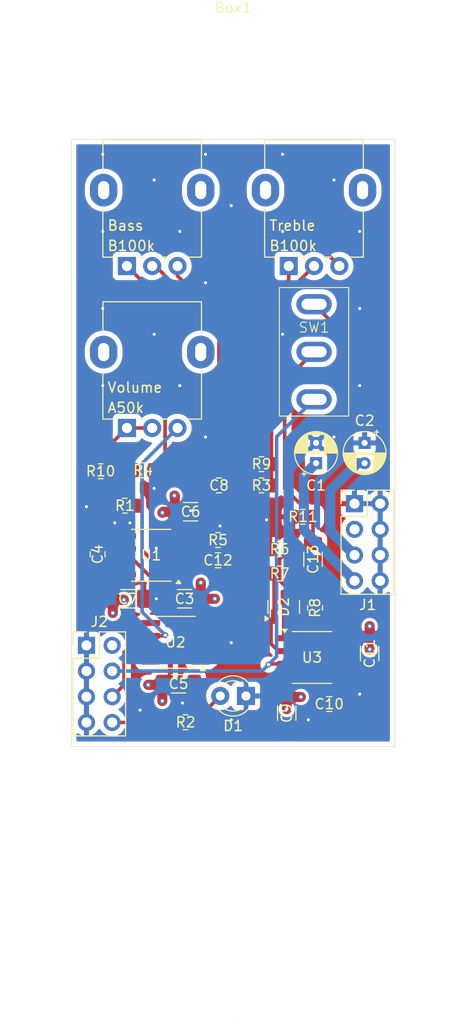
<source format=kicad_pcb>
(kicad_pcb (version 20240108) (generator "pcbnew") (generator_version "8.0")
  (layers (0 "F.Cu" jumper) (1 "In1.Cu" signal) (2 "In2.Cu" signal) (31 "B.Cu" signal) (34 "B.Paste" user) (35 "F.Paste" user) (36 "B.SilkS" user "B.Silkscreen") (37 "F.SilkS" user "F.Silkscreen") (38 "B.Mask" user) (39 "F.Mask" user) (44 "Edge.Cuts" user))
  (net 0 "")
  (net 1 "GND")
  (net 2 "VIN")
  (net 3 "Net-(C8-Pad2)")
  (net 4 "Net-(C8-Pad1)")
  (net 5 "Net-(D2A-K)")
  (net 6 "+V")
  (net 7 "Net-(U1A--)")
  (net 8 "-V")
  (net 9 "Net-(U1B-OUT)")
  (net 10 "LED")
  (net 11 "Net-(U1B--)")
  (net 12 "Net-(R5-Pad1)")
  (net 14 "Net-(D2A-A)")
  (net 15 "Net-(C12-Pad2)")
  (net 16 "IN^{EFF}")
  (net 17 "OUT^{EFF}")
  (net 18 "Net-(D1-A)")
  (net 19 "OUT^{BAX}")
  (net 23 "IN^{TONE}")
  (net 24 "OUT^{RECT}")
  (net 25 "Net-(D2B-common)")
  (net 26 "Net-(U3B--)")
  (net 27 "Net-(R9-Pad1)")
  (net 28 "Net-(R10-Pad2)")
  (net 29 "Net-(SW1-C)")
  (footprint "Capacitor_SMD:C_1206_3216Metric_Pad1.33x1.80mm_HandSolder" (layer "F.Cu") (at 107.9 104.5 90)
    (property "Reference" "C13")
    (property "Value" "0.1uF")
  )
  (footprint "Potentiometer_THT:Potentiometer_Alpha_RD901F-40-00D_Single_Vertical" (layer "F.Cu") (at 105.5 75.525 90)
    (property "Reference" "RV3" (hide yes))
    (property "Value" "Treble B100k" (hide yes))
  )
  (footprint "Potentiometer_THT:Potentiometer_Alpha_RD901F-40-00D_Single_Vertical" (layer "F.Cu") (at 89.5 91.525 90)
    (property "Reference" "RV1" (hide yes))
    (property "Value" "A50k Effects Volume" (hide yes))
  )
  (footprint "Package_TO_SOT_SMD:SOT-23" (layer "F.Cu") (at 105 109.2 90)
    (property "Reference" "D2")
    (property "Value" "MMBD1203")
  )
  (footprint "Resistor_SMD:R_0805_2012Metric_Pad1.20x1.40mm_HandSolder" (layer "F.Cu") (at 95.3 120.6)
    (property "Reference" "R2")
    (property "Value" "10k")
  )
  (footprint "Capacitor_THT:CP_Radial_D4.0mm_P2.00mm" (layer "F.Cu") (at 108.2 95 90)
    (property "Reference" "C1")
    (property "Value" "22uF")
  )
  (footprint "Resistor_SMD:R_0805_2012Metric_Pad1.20x1.40mm_HandSolder" (layer "F.Cu") (at 91.1 95.7)
    (property "Reference" "R4")
    (property "Value" "22k")
  )
  (footprint "Mylib:1590A" (layer "F.Cu") (at 100 100)
    (property "Reference" "Box1")
    (property "Value" "1590A")
  )
  (footprint "Capacitor_SMD:C_1206_3216Metric_Pad1.33x1.80mm_HandSolder" (layer "F.Cu") (at 105.3 119.7 -90)
    (property "Reference" "C9")
    (property "Value" "0.1uF")
  )
  (footprint "Mylib:Tayda Toggle SPDT" (layer "F.Cu") (at 108 84 90)
    (property "Reference" "SW1")
    (property "Value" "SW_SPDT")
  )
  (footprint "Resistor_SMD:R_0805_2012Metric_Pad1.20x1.40mm_HandSolder" (layer "F.Cu") (at 108.1 109.3 90)
    (property "Reference" "R8")
    (property "Value" "1k")
  )
  (footprint "Resistor_SMD:R_0805_2012Metric_Pad1.20x1.40mm_HandSolder" (layer "F.Cu") (at 98.5 102.6 180)
    (property "Reference" "R5")
    (property "Value" "22k")
  )
  (footprint "Capacitor_SMD:C_0805_2012Metric_Pad1.18x1.45mm_HandSolder" (layer "F.Cu") (at 86.6 104 90)
    (property "Reference" "C4")
    (property "Value" "10pF")
  )
  (footprint "Resistor_SMD:R_0805_2012Metric_Pad1.20x1.40mm_HandSolder" (layer "F.Cu") (at 102.8 95.1)
    (property "Reference" "R9")
    (property "Value" "10k")
  )
  (footprint "Capacitor_SMD:C_1206_3216Metric_Pad1.33x1.80mm_HandSolder" (layer "F.Cu") (at 95.8 99.8)
    (property "Reference" "C6")
    (property "Value" "0.1uF")
  )
  (footprint "Capacitor_SMD:C_0805_2012Metric_Pad1.18x1.45mm_HandSolder" (layer "F.Cu") (at 109.5 118.8)
    (property "Reference" "C10")
    (property "Value" "47pF")
  )
  (footprint "Connector_PinHeader_2.54mm:PinHeader_2x04_P2.54mm_Vertical" (layer "F.Cu") (at 112 99)
    (property "Reference" "J1")
    (property "Value" "Conn_02x04_Odd_Even")
  )
  (footprint "Resistor_SMD:R_0805_2012Metric_Pad1.20x1.40mm_HandSolder" (layer "F.Cu") (at 104.6 105.9)
    (property "Reference" "R7")
    (property "Value" "1k")
  )
  (footprint "Capacitor_THT:CP_Radial_D4.0mm_P2.00mm" (layer "F.Cu") (at 113 93 -90)
    (property "Reference" "C2")
    (property "Value" "22uF")
  )
  (footprint "Capacitor_SMD:C_0805_2012Metric_Pad1.18x1.45mm_HandSolder" (layer "F.Cu") (at 98.5 104.6)
    (property "Reference" "C12")
    (property "Value" "560pF")
  )
  (footprint "Package_SO:SOIC-8_3.9x4.9mm_P1.27mm" (layer "F.Cu") (at 94.3 112.7 180)
    (property "Reference" "U2")
    (property "Value" "BUF634AxD")
  )
  (footprint "Capacitor_SMD:C_1206_3216Metric_Pad1.33x1.80mm_HandSolder" (layer "F.Cu") (at 95.2 108.4 180)
    (property "Reference" "C3")
    (property "Value" "0.1uF")
  )
  (footprint "Capacitor_SMD:C_1206_3216Metric_Pad1.33x1.80mm_HandSolder" (layer "F.Cu") (at 113.5 113.8 -90)
    (property "Reference" "C11")
    (property "Value" "0.1uF")
  )
  (footprint "Resistor_SMD:R_0805_2012Metric_Pad1.20x1.40mm_HandSolder" (layer "F.Cu") (at 86.9 95.8 180)
    (property "Reference" "R10")
    (property "Value" "10k")
  )
  (footprint "Resistor_SMD:R_0805_2012Metric_Pad1.20x1.40mm_HandSolder" (layer "F.Cu") (at 104.6 103.5)
    (property "Reference" "R6")
    (property "Value" "1k")
  )
  (footprint "Package_SO:SOIC-8_3.9x4.9mm_P1.27mm" (layer "F.Cu") (at 91.9 104.1 180)
    (property "Reference" "U1")
    (property "Value" "OPA1656")
  )
  (footprint "Resistor_SMD:R_0805_2012Metric_Pad1.20x1.40mm_HandSolder" (layer "F.Cu") (at 89.3 99.2)
    (property "Reference" "R1")
    (property "Value" "22k")
  )
  (footprint "Capacitor_SMD:C_1206_3216Metric_Pad1.33x1.80mm_HandSolder" (layer "F.Cu") (at 89.6 108.4)
    (property "Reference" "C7")
    (property "Value" "0.1uF")
  )
  (footprint "Capacitor_SMD:C_0805_2012Metric_Pad1.18x1.45mm_HandSolder" (layer "F.Cu") (at 98.6 97.2 180)
    (property "Reference" "C8")
    (property "Value" "47nF")
  )
  (footprint "Connector_PinHeader_2.54mm:PinHeader_2x04_P2.54mm_Vertical" (layer "F.Cu") (at 85.5 113)
    (property "Reference" "J2")
    (property "Value" "Conn_02x04_Odd_Even")
  )
  (footprint "Resistor_SMD:R_0805_2012Metric_Pad1.20x1.40mm_HandSolder" (layer "F.Cu") (at 102.8 97.2)
    (property "Reference" "R3")
    (property "Value" "22k")
  )
  (footprint "Package_SO:SOIC-8_3.9x4.9mm_P1.27mm" (layer "F.Cu") (at 107.8 114.2)
    (property "Reference" "U3")
    (property "Value" "OPA1656")
  )
  (footprint "Capacitor_SMD:C_1206_3216Metric_Pad1.33x1.80mm_HandSolder" (layer "F.Cu") (at 94.6 116.8)
    (property "Reference" "C5")
    (property "Value" "0.1uF")
  )
  (footprint "LED_THT:LED_D3.0mm" (layer "F.Cu") (at 101.27 118 180)
    (property "Reference" "D1")
    (property "Value" "LED")
  )
  (footprint "Potentiometer_THT:Potentiometer_Alpha_RD901F-40-00D_Single_Vertical" (layer "F.Cu") (at 89.5 75.525 90)
    (property "Reference" "RV2" (hide yes))
    (property "Value" "Bass B100k" (hide yes))
  )
  (footprint "Resistor_SMD:R_0805_2012Metric_Pad1.20x1.40mm_HandSolder" (layer "F.Cu") (at 106.9 100.3)
    (property "Reference" "R11")
    (property "Value" "470k")
  )
  (gr_rect (start 84 63) (end 116 123) (stroke (width 0.05)) (fill none) (layer "Edge.Cuts"))
  (segment (start 92.4 108.4) (end 93.6375 108.4) (width 1) (layer "F.Cu") (net 1))
  (segment (start 92.4 108.4) (end 91.1625 108.4) (width 1) (layer "F.Cu") (net 1))
  (via (at 87.11 87.3395) (size 0.6) (drill 0.3) (layers "F.Cu" "B.Cu") (net 1))
  (via (at 97.27 64.4795) (size 0.6) (drill 0.3) (layers "F.Cu" "B.Cu") (net 1))
  (via (at 107.43 120.3595) (size 0.6) (drill 0.3) (layers "F.Cu" "B.Cu") (net 1))
  (via (at 92.19 67.0195) (size 0.6) (drill 0.3) (layers "F.Cu" "B.Cu") (net 1))
  (via (at 92.19 97.4995) (size 0.6) (drill 0.3) (layers "F.Cu" "B.Cu") (net 1))
  (via (at 109.97 67.0195) (size 0.6) (drill 0.3) (layers "F.Cu" "B.Cu") (net 1))
  (via (at 112.51 72.0995) (size 0.6) (drill 0.3) (layers "F.Cu" "B.Cu") (net 1))
  (via (at 95 118.7) (size 0.6) (drill 0.3) (layers "F.Cu" "B.Cu") (net 1))
  (via (at 97.27 77.1795) (size 0.6) (drill 0.3) (layers "F.Cu" "B.Cu") (net 1))
  (via (at 92.4 103.4) (size 0.6) (drill 0.3) (layers "F.Cu" "B.Cu") (net 1))
  (via (at 92.4 108.4) (size 0.6) (drill 0.3) (layers "F.Cu" "B.Cu") (net 1))
  (via (at 92.19 82.2595) (size 0.6) (drill 0.3) (layers "F.Cu" "B.Cu") (net 1))
  (via (at 94.73 87.3395) (size 0.6) (drill 0.3) (layers "F.Cu" "B.Cu") (net 1))
  (via (at 112.51 87.3395) (size 0.6) (drill 0.3) (layers "F.Cu" "B.Cu") (net 1))
  (via (at 97.27 92.4195) (size 0.6) (drill 0.3) (layers "F.Cu" "B.Cu") (net 1))
  (via (at 94.73 72.0995) (size 0.6) (drill 0.3) (layers "F.Cu" "B.Cu") (net 1))
  (via (at 109.97 92.4195) (size 0.6) (drill 0.3) (layers "F.Cu" "B.Cu") (net 1))
  (via (at 87.11 64.4795) (size 0.6) (drill 0.3) (layers "F.Cu" "B.Cu") (net 1))
  (via (at 99.81 120.3595) (size 0.6) (drill 0.3) (layers "F.Cu" "B.Cu") (net 1))
  (via (at 112.51 79.7195) (size 0.6) (drill 0.3) (layers "F.Cu" "B.Cu") (net 1))
  (via (at 103.3 100.6) (size 0.6) (drill 0.3) (layers "F.Cu" "B.Cu") (net 1))
  (via (at 87.11 79.7195) (size 0.6) (drill 0.3) (layers "F.Cu" "B.Cu") (net 1))
  (via (at 95.8 99.7) (size 0.6) (drill 0.3) (layers "F.Cu" "B.Cu") (net 1))
  (via (at 99.81 112.7395) (size 0.6) (drill 0.3) (layers "F.Cu" "B.Cu") (net 1))
  (via (at 104.89 82.2595) (size 0.6) (drill 0.3) (layers "F.Cu" "B.Cu") (net 1))
  (via (at 85.5 99.3) (size 0.6) (drill 0.3) (layers "F.Cu" "B.Cu") (net 1))
  (via (at 104.89 64.4795) (size 0.6) (drill 0.3) (layers "F.Cu" "B.Cu") (net 1))
  (via (at 99.81 69.5595) (size 0.6) (drill 0.3) (layers "F.Cu" "B.Cu") (net 1))
  (via (at 89.8 100.9) (size 0.6) (drill 0.3) (layers "F.Cu" "B.Cu") (net 1))
  (via (at 104.89 72.0995) (size 0.6) (drill 0.3) (layers "F.Cu" "B.Cu") (net 1))
  (via (at 87.11 72.0995) (size 0.6) (drill 0.3) (layers "F.Cu" "B.Cu") (net 1))
  (via (at 90.8 119.4) (size 0.6) (drill 0.3) (layers "F.Cu" "B.Cu") (net 1))
  (via (at 88.3 100.9) (size 0.6) (drill 0.3) (layers "F.Cu" "B.Cu") (net 1))
  (via (at 112.51 117.8195) (size 0.6) (drill 0.3) (layers "F.Cu" "B.Cu") (net 1))
  (via (at 98.7 101.2) (size 0.6) (drill 0.3) (layers "F.Cu" "B.Cu") (net 1))
  (segment (start 93.275 94.525) (end 93.275 79.3) (width 0.35) (layer "F.Cu") (net 3))
  (segment (start 93.275 79.3) (end 89.5 75.525) (width 0.35) (layer "F.Cu") (net 3))
  (segment (start 96.3625 96) (end 97.5625 97.2) (width 0.35) (layer "F.Cu") (net 3))
  (segment (start 92.4 96) (end 96.3625 96) (width 0.35) (layer "F.Cu") (net 3))
  (segment (start 92.1 95.7) (end 93.275 94.525) (width 0.35) (layer "F.Cu") (net 3))
  (segment (start 94.5 76.5) (end 94.5 75.525) (width 0.35) (layer "F.Cu") (net 4))
  (segment (start 99.4 81.4) (end 94.5 76.5) (width 0.35) (layer "F.Cu") (net 4))
  (segment (start 99.4 96.9625) (end 99.4 81.4) (width 0.35) (layer "F.Cu") (net 4))
  (segment (start 99.6375 97.2) (end 99.4 96.9625) (width 0.35) (layer "F.Cu") (net 4))
  (segment (start 99.6375 97.2) (end 101.8 97.2) (width 0.35) (layer "F.Cu") (net 4))
  (segment (start 107.4 115.2) (end 107.4 113.1) (width 0.35) (layer "F.Cu") (net 5))
  (segment (start 110.5375 118.3375) (end 107.4 115.2) (width 0.35) (layer "F.Cu") (net 5))
  (segment (start 106.595 112.295) (end 105.325 112.295) (width 0.35) (layer "F.Cu") (net 5))
  (segment (start 105 108.2625) (end 105 111.97) (width 0.35) (layer "F.Cu") (net 5))
  (segment (start 107.4 113.1) (end 106.595 112.295) (width 0.35) (layer "F.Cu") (net 5))
  (segment (start 105 111.97) (end 105.325 112.295) (width 0.35) (layer "F.Cu") (net 5))
  (segment (start 88.1 109.8) (end 88.1 108.4625) (width 1) (layer "F.Cu") (net 6))
  (segment (start 93.8 114.335001) (end 93.8 116.0375) (width 0.5) (layer "F.Cu") (net 6))
  (segment (start 113.5 113.4) (end 113.5 112.3525) (width 1) (layer "F.Cu") (net 6))
  (segment (start 91.6 116.9) (end 92.9375 116.9) (width 1) (layer "F.Cu") (net 6))
  (segment (start 113.5 111.1) (end 113.5 112.2375) (width 1) (layer "F.Cu") (net 6))
  (segment (start 93 118.5) (end 93 116.8375) (width 1) (layer "F.Cu") (net 6))
  (segment (start 110.275 112.295) (end 113.4425 112.295) (width 0.5) (layer "F.Cu") (net 6))
  (segment (start 92.799999 113.335) (end 93.8 114.335001) (width 0.5) (layer "F.Cu") (net 6))
  (segment (start 91.825 113.335) (end 92.799999 113.335) (width 0.5) (layer "F.Cu") (net 6))
  (segment (start 89.425 106.005) (end 88.395 106.005) (width 0.5) (layer "F.Cu") (net 6))
  (segment (start 88.395 106.005) (end 88.0375 106.3625) (width 0.5) (layer "F.Cu") (net 6))
  (segment (start 93.8 116.0375) (end 93.0375 116.8) (width 0.5) (layer "F.Cu") (net 6))
  (segment (start 88.0375 106.3625) (end 88.0375 108.4) (width 0.5) (layer "F.Cu") (net 6))
  (segment (start 89.2 108.5) (end 88.1375 108.5) (width 1) (layer "F.Cu") (net 6))
  (via (at 113.5 113.4) (size 0.6) (drill 0.3) (layers "F.Cu" "B.Cu") (net 6))
  (via (at 89.2 108.5) (size 0.6) (drill 0.3) (layers "F.Cu" "B.Cu") (net 6))
  (via (at 91.6 116.9) (size 0.6) (drill 0.3) (layers "F.Cu" "B.Cu") (net 6))
  (via (at 113.5 111.1) (size 0.6) (drill 0.3) (layers "F.Cu" "B.Cu") (net 6))
  (via (at 88.1 109.8) (size 0.6) (drill 0.3) (layers "F.Cu" "B.Cu") (net 6))
  (via (at 93 118.5) (size 0.6) (drill 0.3) (layers "F.Cu" "B.Cu") (net 6))
  (segment (start 107 96.2) (end 108.2 95) (width 1) (layer "B.Cu") (net 6))
  (segment (start 107 101.62) (end 107 96.2) (width 1) (layer "B.Cu") (net 6))
  (segment (start 112 106.62) (end 107 101.62) (width 1) (layer "B.Cu") (net 6))
  (segment (start 94.375 104.735) (end 97.3275 104.735) (width 0.35) (layer "F.Cu") (net 7))
  (segment (start 97.4625 104.6) (end 97.4625 102.6375) (width 0.35) (layer "F.Cu") (net 7))
  (segment (start 97.749999 114.605) (end 98.075 114.279999) (width 0.35) (layer "F.Cu") (net 8))
  (segment (start 105.3 119.3) (end 105.3 118.1375) (width 1) (layer "F.Cu") (net 8))
  (segment (start 105.325 116.105) (end 105.325 118.1125) (width 0.5) (layer "F.Cu") (net 8))
  (segment (start 94.2375 99.8) (end 93.1 99.8) (width 1) (layer "F.Cu") (net 8))
  (segment (start 94.375 102.195) (end 94.375 99.9375) (width 0.5) (layer "F.Cu") (net 8))
  (segment (start 106.7 118.1) (end 105.3375 118.1) (width 1) (layer "F.Cu") (net 8))
  (segment (start 96.775 114.605) (end 97.749999 114.605) (width 0.35) (layer "F.Cu") (net 8))
  (segment (start 98.075 111.120001) (end 97.749999 110.795) (width 0.35) (layer "F.Cu") (net 8))
  (segment (start 96.8 106.8) (end 96.8 108.3625) (width 1) (layer "F.Cu") (net 8))
  (segment (start 98.075 114.279999) (end 98.075 111.120001) (width 0.35) (layer "F.Cu") (net 8))
  (segment (start 98.2 108.4) (end 96.7625 108.4) (width 1) (layer "F.Cu") (net 8))
  (segment (start 93.1 99.8) (end 93 99.9) (width 1) (layer "F.Cu") (net 8))
  (segment (start 94.2375 98.2375) (end 94.2 98.2) (width 1) (layer "F.Cu") (net 8))
  (segment (start 94.2375 99.8) (end 94.2375 98.2375) (width 1) (layer "F.Cu") (net 8))
  (segment (start 97.749999 110.795) (end 96.775 110.795) (width 0.35) (layer "F.Cu") (net 8))
  (segment (start 96.775 110.795) (end 96.775 108.4125) (width 0.5) (layer "F.Cu") (net 8))
  (via (at 93 99.9) (size 0.6) (drill 0.3) (layers "F.Cu" "B.Cu") (net 8))
  (via (at 98.2 108.4) (size 0.6) (drill 0.3) (layers "F.Cu" "B.Cu") (net 8))
  (via (at 106.7 118.1) (size 0.6) (drill 0.3) (layers "F.Cu" "B.Cu") (net 8))
  (via (at 94.2 98.2) (size 0.6) (drill 0.3) (layers "F.Cu" "B.Cu") (net 8))
  (via (at 105.3 119.3) (size 0.6) (drill 0.3) (layers "F.Cu" "B.Cu") (net 8))
  (via (at 96.8 106.8) (size 0.6) (drill 0.3) (layers "F.Cu" "B.Cu") (net 8))
  (segment (start 109.6 101.68) (end 109.6 97.7) (width 1) (layer "B.Cu") (net 8))
  (segment (start 112.3 95) (end 113 95) (width 1) (layer "B.Cu") (net 8))
  (segment (start 112 104.08) (end 109.6 101.68) (width 1) (layer "B.Cu") (net 8))
  (segment (start 109.6 97.7) (end 112.3 95) (width 1) (layer "B.Cu") (net 8))
  (segment (start 95.3 111.564999) (end 95.3 108.1799) (width 0.35) (layer "F.Cu") (net 9))
  (segment (start 95.800001 112.065) (end 95.3 111.564999) (width 0.35) (layer "F.Cu") (net 9))
  (segment (start 96.775 112.065) (end 95.800001 112.065) (width 0.35) (layer "F.Cu") (net 9))
  (segment (start 92.5 106.9) (end 90.335 104.735) (width 0.35) (layer "F.Cu") (net 9))
  (segment (start 89.425 104.735) (end 86.9025 104.735) (width 0.35) (layer "F.Cu") (net 9))
  (segment (start 95.3 108.1799) (end 94.0201 106.9) (width 0.35) (layer "F.Cu") (net 9))
  (segment (start 94.0201 106.9) (end 92.5 106.9) (width 0.35) (layer "F.Cu") (net 9))
  (segment (start 90.335 104.735) (end 89.425 104.735) (width 0.35) (layer "F.Cu") (net 9))
  (segment (start 88.04 120.62) (end 94.28 120.62) (width 0.35) (layer "F.Cu") (net 10))
  (segment (start 86.975 94.05) (end 89.5 91.525) (width 0.35) (layer "F.Cu") (net 11))
  (segment (start 86.6 100.9) (end 88.3 99.2) (width 0.35) (layer "F.Cu") (net 11))
  (segment (start 86.975 97.875) (end 86.975 94.05) (width 0.35) (layer "F.Cu") (net 11))
  (segment (start 89.425 103.465) (end 87.1025 103.465) (width 0.35) (layer "F.Cu") (net 11))
  (segment (start 87.1025 103.465) (end 86.6 102.9625) (width 0.35) (layer "F.Cu") (net 11))
  (segment (start 88.3 99.2) (end 86.975 97.875) (width 0.35) (layer "F.Cu") (net 11))
  (segment (start 89.5 91.525) (end 92 91.525) (width 0.35) (layer "F.Cu") (net 11))
  (segment (start 86.6 102.9625) (end 86.6 100.9) (width 0.35) (layer "F.Cu") (net 11))
  (segment (start 98.6 81.8) (end 92.325 75.525) (width 0.35) (layer "F.Cu") (net 12))
  (segment (start 99.8 99.3) (end 98.6 98.1) (width 0.35) (layer "F.Cu") (net 12))
  (segment (start 99.8 102.3) (end 99.8 99.3) (width 0.35) (layer "F.Cu") (net 12))
  (segment (start 98.6 98.1) (end 98.6 81.8) (width 0.35) (layer "F.Cu") (net 12))
  (segment (start 103.750001 110.437499) (end 103.750001 112.850001) (width 0.35) (layer "F.Cu") (net 14))
  (segment (start 104.465 113.565) (end 105.325 113.565) (width 0.35) (layer "F.Cu") (net 14))
  (segment (start 108.4625 117.1625) (end 106.7625 115.4625) (width 0.35) (layer "F.Cu") (net 14))
  (segment (start 106.299999 113.565) (end 105.325 113.565) (width 0.35) (layer "F.Cu") (net 14))
  (segment (start 106.7625 115.4625) (end 106.7625 114.027501) (width 0.35) (layer "F.Cu") (net 14))
  (segment (start 106.7625 114.027501) (end 106.299999 113.565) (width 0.35) (layer "F.Cu") (net 14))
  (segment (start 104.05 106.45) (end 104.05 110.1375) (width 0.35) (layer "F.Cu") (net 14))
  (segment (start 103.750001 112.850001) (end 104.465 113.565) (width 0.35) (layer "F.Cu") (net 14))
  (segment (start 104.05 110.1375) (end 103.750001 110.437499) (width 0.35) (layer "F.Cu") (net 14))
  (segment (start 103.6 106) (end 104.05 106.45) (width 0.35) (layer "F.Cu") (net 14))
  (segment (start 108.4625 118.8) (end 108.4625 117.1625) (width 0.35) (layer "F.Cu") (net 14))
  (segment (start 100.6 100.5) (end 102.725 98.375) (width 0.35) (layer "F.Cu") (net 15))
  (segment (start 102.725 98.375) (end 102.725 80.8) (width 0.35) (layer "F.Cu") (net 15))
  (segment (start 100.6 103.5375) (end 100.6 100.5) (width 0.35) (layer "F.Cu") (net 15))
  (segment (start 99.5375 104.6) (end 100.6 103.5375) (width 0.35) (layer "F.Cu") (net 15))
  (segment (start 102.725 80.8) (end 108 75.525) (width 0.35) (layer "F.Cu") (net 15))
  (segment (start 103.565 114.835) (end 103.5 114.9) (width 0.35) (layer "F.Cu") (net 16))
  (segment (start 105.325 114.835) (end 103.565 114.835) (width 0.35) (layer "F.Cu") (net 16))
  (via (at 103.5 114.9) (size 0.6) (drill 0.3) (layers "F.Cu" "B.Cu") (net 16))
  (segment (start 104.3 92.4) (end 108 88.7) (width 0.35) (layer "B.Cu") (net 16))
  (segment (start 102.86 115.54) (end 88.04 115.54) (width 0.35) (layer "B.Cu") (net 16))
  (segment (start 104.3 114.1) (end 104.3 92.4) (width 0.35) (layer "B.Cu") (net 16))
  (segment (start 103.5 114.9) (end 102.86 115.54) (width 0.35) (layer "B.Cu") (net 16))
  (segment (start 103.5 114.9) (end 104.3 114.1) (width 0.35) (layer "B.Cu") (net 16))
  (segment (start 90.850001 112.065) (end 89.215 113.700001) (width 0.35) (layer "F.Cu") (net 17))
  (segment (start 93.3 112) (end 93.235 112.065) (width 0.35) (layer "F.Cu") (net 17))
  (segment (start 93.235 112.065) (end 91.825 112.065) (width 0.35) (layer "F.Cu") (net 17))
  (segment (start 89.215 116.905) (end 88.04 118.08) (width 0.35) (layer "F.Cu") (net 17))
  (segment (start 89.215 113.700001) (end 89.215 116.905) (width 0.35) (layer "F.Cu") (net 17))
  (segment (start 91.825 112.065) (end 90.850001 112.065) (width 0.35) (layer "F.Cu") (net 17))
  (via (at 93.3 112) (size 0.6) (drill 0.3) (layers "F.Cu" "B.Cu") (net 17))
  (segment (start 91 95.025) (end 94.5 91.525) (width 0.35) (layer "B.Cu") (net 17))
  (segment (start 93.3 112) (end 91 109.7) (width 0.35) (layer "B.Cu") (net 17))
  (segment (start 91 109.7) (end 91 95.025) (width 0.35) (layer "B.Cu") (net 17))
  (segment (start 96.3 120.43) (end 98.73 118) (width 0.35) (layer "F.Cu") (net 18))
  (segment (start 90.1 99) (end 90.1 95.7) (width 0.35) (layer "F.Cu") (net 19))
  (segment (start 93.400001 106.005) (end 91 103.604999) (width 0.35) (layer "F.Cu") (net 19))
  (segment (start 94.375 106.005) (end 93.400001 106.005) (width 0.35) (layer "F.Cu") (net 19))
  (segment (start 87.9 95.8) (end 90 95.8) (width 0.35) (layer "F.Cu") (net 19))
  (segment (start 91 103.604999) (end 91 99.9) (width 0.35) (layer "F.Cu") (net 19))
  (segment (start 91 99.9) (end 90.3 99.2) (width 0.35) (layer "F.Cu") (net 19))
  (segment (start 103.8 95.1) (end 103.8 88.2) (width 0.35) (layer "F.Cu") (net 23))
  (segment (start 103.8 97.2) (end 103.8 95.1) (width 0.35) (layer "F.Cu") (net 23))
  (segment (start 103.8 88.2) (end 108 84) (width 0.35) (layer "F.Cu") (net 23))
  (segment (start 109.300001 113.565) (end 108.9 113.164999) (width 0.35) (layer "F.Cu") (net 24))
  (segment (start 110.275 113.565) (end 109.300001 113.565) (width 0.35) (layer "F.Cu") (net 24))
  (segment (start 109.125 109.325) (end 108.1 108.3) (width 0.35) (layer "F.Cu") (net 24))
  (segment (start 108.9 113.164999) (end 108.9 111.1201) (width 0.35) (layer "F.Cu") (net 24))
  (segment (start 109.125 110.8951) (end 109.125 109.325) (width 0.35) (layer "F.Cu") (net 24))
  (segment (start 107.9 106.0625) (end 107.9 108.1) (width 0.35) (layer "F.Cu") (net 24))
  (segment (start 108.9 111.1201) (end 109.125 110.8951) (width 0.35) (layer "F.Cu") (net 24))
  (segment (start 110.275 116.105) (end 109.300001 116.105) (width 0.35) (layer "F.Cu") (net 25))
  (segment (start 105.3 107.1) (end 105.95 107.75) (width 0.35) (layer "F.Cu") (net 25))
  (segment (start 105.1 107.1) (end 105.3 107.1) (width 0.35) (layer "F.Cu") (net 25))
  (segment (start 107.9 112.0875) (end 105.95 110.1375) (width 0.35) (layer "F.Cu") (net 25))
  (segment (start 105.95 107.75) (end 105.95 110.1375) (width 0.35) (layer "F.Cu") (net 25))
  (segment (start 109.300001 116.105) (end 107.9 114.704999) (width 0.35) (layer "F.Cu") (net 25))
  (segment (start 105.6 103.5) (end 104.6 104.5) (width 0.35) (layer "F.Cu") (net 25))
  (segment (start 104.6 104.5) (end 104.6 106.6) (width 0.35) (layer "F.Cu") (net 25))
  (segment (start 107.9 114.704999) (end 107.9 112.0875) (width 0.35) (layer "F.Cu") (net 25))
  (segment (start 104.6 106.6) (end 105.1 107.1) (width 0.35) (layer "F.Cu") (net 25))
  (segment (start 109.300001 114.835) (end 110.275 114.835) (width 0.35) (layer "F.Cu") (net 26))
  (segment (start 108.4 113.934999) (end 109.300001 114.835) (width 0.35) (layer "F.Cu") (net 26))
  (segment (start 108.1 109.949092) (end 106.8 108.649092) (width 0.35) (layer "F.Cu") (net 26))
  (segment (start 108.5 110.812993) (end 108.4 110.912993) (width 0.35) (layer "F.Cu") (net 26))
  (segment (start 108.4 110.912993) (end 108.4 113.934999) (width 0.35) (layer "F.Cu") (net 26))
  (segment (start 106.8 108.649092) (end 106.8 107.1) (width 0.35) (layer "F.Cu") (net 26))
  (segment (start 106.8 107.1) (end 105.6 105.9) (width 0.35) (layer "F.Cu") (net 26))
  (segment (start 108.5 110.7) (end 108.5 110.812993) (width 0.35) (layer "F.Cu") (net 26))
  (segment (start 105.5 76.9) (end 105.5 75.525) (width 0.35) (layer "F.Cu") (net 27))
  (segment (start 101.8 80.6) (end 105.5 76.9) (width 0.35) (layer "F.Cu") (net 27))
  (segment (start 101.8 95.1) (end 101.8 80.6) (width 0.35) (layer "F.Cu") (net 27))
  (segment (start 85.9 95.8) (end 84.9 94.8) (width 0.35) (layer "F.Cu") (net 28))
  (segment (start 84.9 94.8) (end 84.9 77.2) (width 0.35) (layer "F.Cu") (net 28))
  (segment (start 84.9 77.2) (end 88.3 73.8) (width 0.35) (layer "F.Cu") (net 28))
  (segment (start 108.775 73.8) (end 110.5 75.525) (width 0.35) (layer "F.Cu") (net 28))
  (segment (start 88.3 73.8) (end 108.775 73.8) (width 0.35) (layer "F.Cu") (net 28))
  (segment (start 109.3 85.8) (end 110.4 84.7) (width 0.35) (layer "F.Cu") (net 29))
  (segment (start 105.1 88) (end 107.3 85.8) (width 0.35) (layer "F.Cu") (net 29))
  (segment (start 105.1 97.5) (end 105.1 88) (width 0.35) (layer "F.Cu") (net 29))
  (segment (start 107.9 100.3) (end 105.1 97.5) (width 0.35) (layer "F.Cu") (net 29))
  (segment (start 107.3 85.8) (end 109.3 85.8) (width 0.35) (layer "F.Cu") (net 29))
  (segment (start 110.4 84.7) (end 110.4 81.7) (width 0.35) (layer "F.Cu") (net 29))
  (segment (start 107.9 102.9375) (end 107.9 100.3) (width 0.35) (layer "F.Cu") (net 29))
  (segment (start 110.4 81.7) (end 108 79.3) (width 0.35) (layer "F.Cu") (net 29))
  (zone (net 1) (net_name "GND") (layers "F.Cu" "In1.Cu" "In2.Cu" "B.Cu") (connect_pads (clearance 0.5)) (min_thickness 0.25) (fill yes (thermal_gap 0.5) (thermal_bridge_width 0.5) (smoothing chamfer) (radius 1))
    (polygon (pts (xy 80.8 53.7) (xy 119.3 53.7) (xy 119.3 146.3) (xy 80.8 146.3)))
  )
)
</source>
